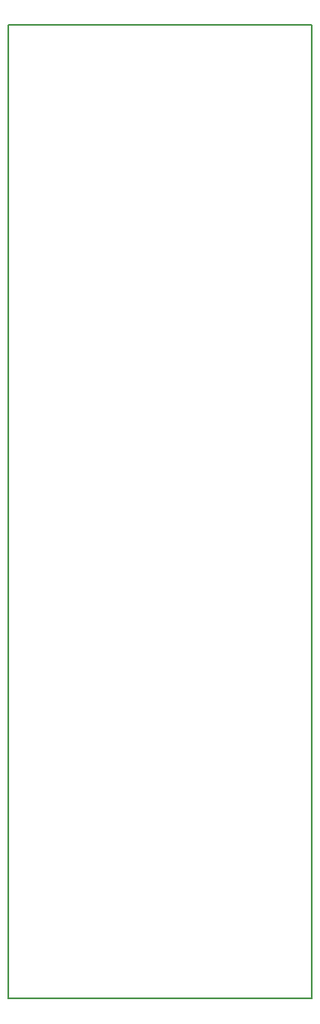
<source format=gbr>
G04 #@! TF.GenerationSoftware,KiCad,Pcbnew,5.0.1*
G04 #@! TF.CreationDate,2019-05-06T23:45:27+02:00*
G04 #@! TF.ProjectId,adadad,6164616461642E6B696361645F706362,rev?*
G04 #@! TF.SameCoordinates,Original*
G04 #@! TF.FileFunction,Profile,NP*
%FSLAX46Y46*%
G04 Gerber Fmt 4.6, Leading zero omitted, Abs format (unit mm)*
G04 Created by KiCad (PCBNEW 5.0.1) date Mo 06 Mai 2019 23:45:27 CEST*
%MOMM*%
%LPD*%
G01*
G04 APERTURE LIST*
%ADD10C,0.200000*%
G04 APERTURE END LIST*
D10*
X134000000Y-46500000D02*
X103000000Y-46500000D01*
X134000000Y-146000000D02*
X134000000Y-46500000D01*
X103000000Y-146000000D02*
X134000000Y-146000000D01*
X103000000Y-46500000D02*
X103000000Y-146000000D01*
M02*

</source>
